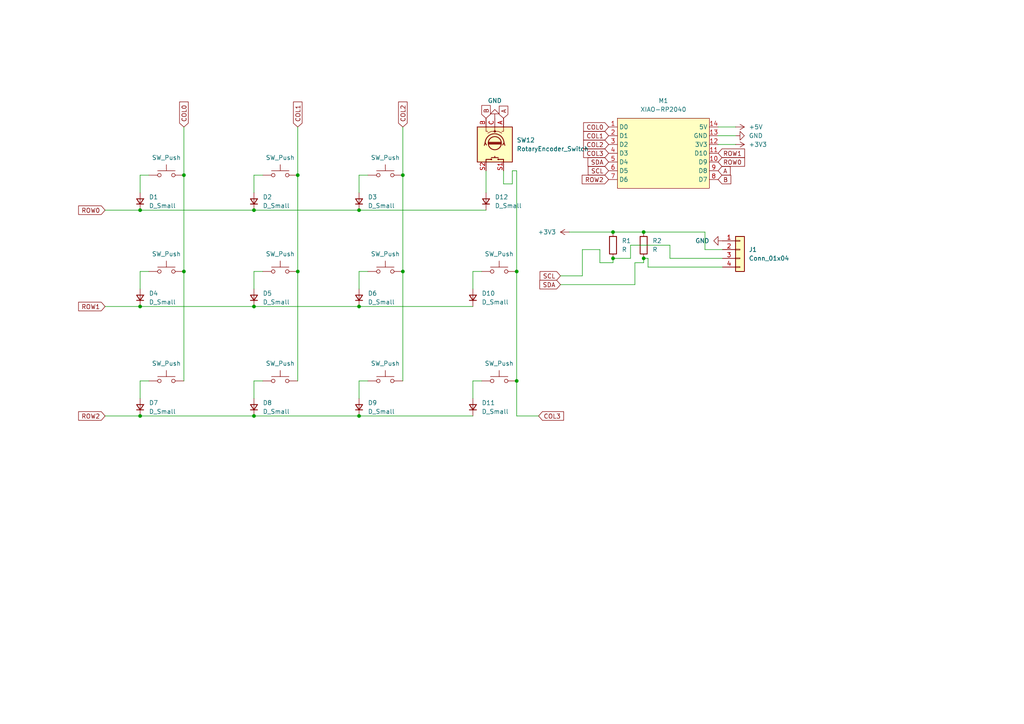
<source format=kicad_sch>
(kicad_sch (version 20231120) (generator "eeschema") (generator_version "8.0")
  (paper "A4")
  (lib_symbols
    (symbol "Connector_Generic:Conn_01x04" (pin_names (offset 1.016) hide)
      (property "Reference" "J" (at 0 5.08 0))
      (property "Value" "Conn_01x04" (at 0 -7.62 0))
      (symbol "Conn_01x04_1_1"
        (rectangle (start -1.27 -4.953) (end 0 -5.207) (stroke (width 0.1524)))
        (rectangle (start -1.27 -2.413) (end 0 -2.667) (stroke (width 0.1524)))
        (rectangle (start -1.27 0.127) (end 0 -0.127) (stroke (width 0.1524)))
        (rectangle (start -1.27 2.667) (end 0 2.413) (stroke (width 0.1524)))
        (rectangle (start -1.27 3.81) (end 1.27 -6.35) (stroke (width 0.254)) (fill (type background)))
        (pin passive line (at -5.08 2.54 0) (length 3.81) (name "Pin_1") (number "1"))
        (pin passive line (at -5.08 0 0) (length 3.81) (name "Pin_2") (number "2"))
        (pin passive line (at -5.08 -2.54 0) (length 3.81) (name "Pin_3") (number "3"))
        (pin passive line (at -5.08 -5.08 0) (length 3.81) (name "Pin_4") (number "4"))
      )
    )
    (symbol "Device:D_Small" (pin_numbers hide) (pin_names (offset 0.254) hide)
      (property "Reference" "D" (at -1.27 2.032 0))
      (property "Value" "D_Small" (at -3.81 -2.032 0))
      (symbol "D_Small_0_1"
        (polyline (pts (xy -0.762 -1.016) (xy -0.762 1.016)) (stroke (width 0.254)))
        (polyline (pts (xy -0.762 0) (xy 0.762 0)))
        (polyline (pts (xy 0.762 -1.016) (xy -0.762 0) (xy 0.762 1.016) (xy 0.762 -1.016)) (stroke (width 0.254)))
      )
      (symbol "D_Small_1_1"
        (pin passive line (at 2.54 0 180) (length 1.778) (name "A") (number "A"))
        (pin passive line (at -2.54 0 0) (length 1.778) (name "K") (number "K"))
      )
    )
    (symbol "Device:R" (pin_numbers hide) (pin_names (offset 0))
      (property "Reference" "R" (at 2.032 0 90))
      (property "Value" "R" (at 0 0 90))
      (symbol "R_0_1"
        (rectangle (start -1.016 -2.54) (end 1.016 2.54) (stroke (width 0.254)))
      )
      (symbol "R_1_1"
        (pin passive line (at 0 3.81 270) (length 1.27) (name "~") (number "1"))
        (pin passive line (at 0 -3.81 90) (length 1.27) (name "~") (number "2"))
      )
    )
    (symbol "Device:RotaryEncoder_Switch" (pin_names (offset 0.254) hide)
      (property "Reference" "SW" (at 0 6.604 0))
      (property "Value" "RotaryEncoder_Switch" (at 0 -6.604 0))
      (symbol "RotaryEncoder_Switch_0_1"
        (rectangle (start -5.08 5.08) (end 5.08 -5.08) (stroke (width 0.254)) (fill (type background)))
        (circle (center -3.81 0) (radius 0.254) (fill (type outline)))
        (circle (center -0.381 0) (radius 1.905) (stroke (width 0.254)))
        (arc (start -0.381 2.667) (mid -3.0988 -0.0635) (end -0.381 -2.794) (stroke (width 0.254)))
        (polyline (pts (xy -0.635 -1.778) (xy -0.635 1.778)) (stroke (width 0.254)))
        (polyline (pts (xy -0.381 -1.778) (xy -0.381 1.778)) (stroke (width 0.254)))
        (polyline (pts (xy -0.127 1.778) (xy -0.127 -1.778)) (stroke (width 0.254)))
        (polyline (pts (xy 3.81 0) (xy 3.429 0)) (stroke (width 0.254)))
        (polyline (pts (xy 3.81 1.016) (xy 3.81 -1.016)) (stroke (width 0.254)))
        (polyline (pts (xy -5.08 -2.54) (xy -3.81 -2.54) (xy -3.81 -2.032)))
        (polyline (pts (xy -5.08 2.54) (xy -3.81 2.54) (xy -3.81 2.032)))
        (polyline (pts (xy 0.254 -3.048) (xy -0.508 -2.794) (xy 0.127 -2.413)) (stroke (width 0.254)))
        (polyline (pts (xy 0.254 2.921) (xy -0.508 2.667) (xy 0.127 2.286)) (stroke (width 0.254)))
        (polyline (pts (xy 5.08 -2.54) (xy 4.318 -2.54) (xy 4.318 -1.016)) (stroke (width 0.254)))
        (polyline (pts (xy 5.08 2.54) (xy 4.318 2.54) (xy 4.318 1.016)) (stroke (width 0.254)))
        (polyline (pts (xy -5.08 0) (xy -3.81 0) (xy -3.81 -1.016) (xy -3.302 -2.032)))
        (polyline (pts (xy -4.318 0) (xy -3.81 0) (xy -3.81 1.016) (xy -3.302 2.032)))
        (circle (center 4.318 -1.016) (radius 0.127) (stroke (width 0.254)))
        (circle (center 4.318 1.016) (radius 0.127) (stroke (width 0.254)))
      )
      (symbol "RotaryEncoder_Switch_1_1"
        (pin passive line (at -7.62 2.54 0) (length 2.54) (name "A") (number "A"))
        (pin passive line (at -7.62 -2.54 0) (length 2.54) (name "B") (number "B"))
        (pin passive line (at -7.62 0 0) (length 2.54) (name "C") (number "C"))
        (pin passive line (at 7.62 2.54 180) (length 2.54) (name "S1") (number "S1"))
        (pin passive line (at 7.62 -2.54 180) (length 2.54) (name "S2") (number "S2"))
      )
    )
    (symbol "MCU_RaspberryPi:XIAO-RP2040"
      (property "Reference" "M" (at 0 0 0))
      (property "Value" "XIAO-RP2040" (at 0 2.54 0))
      (symbol "XIAO-RP2040_0_1"
        (rectangle (start -12.7 10.16) (end 13.97 -10.16) (fill (type background)))
      )
      (symbol "XIAO-RP2040_1_1"
        (pin bidirectional line (at -15.24 7.62 0) (length 2.54) (name "D0") (number "1"))
        (pin bidirectional line (at 16.51 -2.54 180) (length 2.54) (name "D9") (number "10"))
        (pin bidirectional line (at 16.51 0 180) (length 2.54) (name "D10") (number "11"))
        (pin power_in line (at 16.51 2.54 180) (length 2.54) (name "3V3") (number "12"))
        (pin power_in line (at 16.51 5.08 180) (length 2.54) (name "GND") (number "13"))
        (pin power_in line (at 16.51 7.62 180) (length 2.54) (name "5V") (number "14"))
        (pin bidirectional line (at -15.24 5.08 0) (length 2.54) (name "D1") (number "2"))
        (pin bidirectional line (at -15.24 2.54 0) (length 2.54) (name "D2") (number "3"))
        (pin bidirectional line (at -15.24 0 0) (length 2.54) (name "D3") (number "4"))
        (pin bidirectional line (at -15.24 -2.54 0) (length 2.54) (name "D4") (number "5"))
        (pin bidirectional line (at -15.24 -5.08 0) (length 2.54) (name "D5") (number "6"))
        (pin bidirectional line (at -15.24 -7.62 0) (length 2.54) (name "D6") (number "7"))
        (pin bidirectional line (at 16.51 -7.62 180) (length 2.54) (name "D7") (number "8"))
        (pin bidirectional line (at 16.51 -5.08 180) (length 2.54) (name "D8") (number "9"))
      )
    )
    (symbol "Switch:SW_Push" (pin_numbers hide) (pin_names (offset 1.016) hide)
      (property "Reference" "SW" (at 1.27 2.54 0))
      (property "Value" "SW_Push" (at 0 -1.524 0))
      (symbol "SW_Push_0_1"
        (circle (center -2.032 0) (radius 0.508))
        (polyline (pts (xy 0 1.27) (xy 0 3.048)))
        (polyline (pts (xy 2.54 1.27) (xy -2.54 1.27)))
        (circle (center 2.032 0) (radius 0.508))
        (pin passive line (at -5.08 0 0) (length 2.54) (name "1") (number "1"))
        (pin passive line (at 5.08 0 180) (length 2.54) (name "2") (number "2"))
      )
    )
    (symbol "power:+3V3" (power) (pin_numbers hide) (pin_names (offset 0) hide)
      (property "Value" "+3V3" (at 0 3.556 0))
      (symbol "+3V3_0_1"
        (polyline (pts (xy -0.762 1.27) (xy 0 2.54)))
        (polyline (pts (xy 0 0) (xy 0 2.54)))
        (polyline (pts (xy 0 2.54) (xy 0.762 1.27)))
      )
      (symbol "+3V3_1_1"
        (pin power_in line (at 0 0 90) (length 0) (name "~") (number "1"))
      )
    )
    (symbol "power:+5V" (power) (pin_numbers hide) (pin_names (offset 0) hide)
      (property "Value" "+5V" (at 0 3.556 0))
      (symbol "+5V_0_1"
        (polyline (pts (xy -0.762 1.27) (xy 0 2.54)))
        (polyline (pts (xy 0 0) (xy 0 2.54)))
        (polyline (pts (xy 0 2.54) (xy 0.762 1.27)))
      )
      (symbol "+5V_1_1"
        (pin power_in line (at 0 0 90) (length 0) (name "~") (number "1"))
      )
    )
    (symbol "power:GND" (power) (pin_numbers hide) (pin_names (offset 0) hide)
      (property "Value" "GND" (at 0 -3.81 0))
      (symbol "GND_0_1"
        (polyline (pts (xy 0 0) (xy 0 -1.27) (xy 1.27 -1.27) (xy 0 -2.54) (xy -1.27 -1.27) (xy 0 -1.27)))
      )
      (symbol "GND_1_1"
        (pin power_in line (at 0 0 270) (length 0) (name "~") (number "1"))
      )
    )
  )
  (junction (at 40.64 120.65))
  (junction (at 116.84 78.74))
  (junction (at 186.69 74.93))
  (junction (at 104.14 60.96))
  (junction (at 53.34 78.74))
  (junction (at 86.36 78.74))
  (junction (at 149.86 78.74))
  (junction (at 86.36 50.8))
  (junction (at 40.64 88.9))
  (junction (at 40.64 60.96))
  (junction (at 116.84 50.8))
  (junction (at 104.14 88.9))
  (junction (at 104.14 120.65))
  (junction (at 149.86 110.49))
  (junction (at 177.8 74.93))
  (junction (at 177.8 67.31))
  (junction (at 73.66 60.96))
  (junction (at 186.69 67.31))
  (junction (at 73.66 120.65))
  (junction (at 73.66 88.9))
  (junction (at 53.34 50.8))
  (wire (pts (xy 40.64 50.8) (xy 40.64 55.88)))
  (wire (pts (xy 104.14 78.74) (xy 104.14 83.82)))
  (wire (pts (xy 116.84 50.8) (xy 116.84 78.74)))
  (wire (pts (xy 168.91 80.01) (xy 162.56 80.01)))
  (wire (pts (xy 53.34 36.83) (xy 53.34 50.8)))
  (wire (pts (xy 73.66 50.8) (xy 73.66 55.88)))
  (wire (pts (xy 43.18 78.74) (xy 40.64 78.74)))
  (wire (pts (xy 177.8 67.31) (xy 186.69 67.31)))
  (wire (pts (xy 187.96 77.47) (xy 187.96 74.93)))
  (wire (pts (xy 53.34 50.8) (xy 53.34 78.74)))
  (wire (pts (xy 194.31 71.12) (xy 182.88 71.12)))
  (wire (pts (xy 137.16 110.49) (xy 137.16 115.57)))
  (wire (pts (xy 53.34 78.74) (xy 53.34 110.49)))
  (wire (pts (xy 173.99 72.39) (xy 173.99 76.2)))
  (wire (pts (xy 40.64 78.74) (xy 40.64 83.82)))
  (wire (pts (xy 140.97 49.53) (xy 140.97 55.88)))
  (wire (pts (xy 149.86 49.53) (xy 149.86 78.74)))
  (wire (pts (xy 106.68 78.74) (xy 104.14 78.74)))
  (wire (pts (xy 76.2 110.49) (xy 73.66 110.49)))
  (wire (pts (xy 104.14 50.8) (xy 104.14 55.88)))
  (wire (pts (xy 86.36 50.8) (xy 86.36 78.74)))
  (wire (pts (xy 146.05 49.53) (xy 146.05 53.34)))
  (wire (pts (xy 204.47 72.39) (xy 209.55 72.39)))
  (wire (pts (xy 165.1 67.31) (xy 177.8 67.31)))
  (wire (pts (xy 186.69 74.93) (xy 187.96 74.93)))
  (wire (pts (xy 208.28 41.91) (xy 213.36 41.91)))
  (wire (pts (xy 73.66 78.74) (xy 73.66 83.82)))
  (wire (pts (xy 149.86 120.65) (xy 156.21 120.65)))
  (wire (pts (xy 104.14 60.96) (xy 140.97 60.96)))
  (wire (pts (xy 30.48 60.96) (xy 40.64 60.96)))
  (wire (pts (xy 186.69 76.2) (xy 186.69 74.93)))
  (wire (pts (xy 168.91 72.39) (xy 168.91 80.01)))
  (wire (pts (xy 116.84 78.74) (xy 116.84 110.49)))
  (wire (pts (xy 194.31 74.93) (xy 194.31 71.12)))
  (wire (pts (xy 137.16 78.74) (xy 137.16 83.82)))
  (wire (pts (xy 43.18 110.49) (xy 40.64 110.49)))
  (wire (pts (xy 104.14 88.9) (xy 137.16 88.9)))
  (wire (pts (xy 209.55 74.93) (xy 194.31 74.93)))
  (wire (pts (xy 106.68 50.8) (xy 104.14 50.8)))
  (wire (pts (xy 184.15 76.2) (xy 186.69 76.2)))
  (wire (pts (xy 184.15 82.55) (xy 162.56 82.55)))
  (wire (pts (xy 204.47 67.31) (xy 204.47 72.39)))
  (wire (pts (xy 177.8 76.2) (xy 177.8 74.93)))
  (wire (pts (xy 208.28 39.37) (xy 213.36 39.37)))
  (wire (pts (xy 40.64 110.49) (xy 40.64 115.57)))
  (wire (pts (xy 139.7 110.49) (xy 137.16 110.49)))
  (wire (pts (xy 76.2 78.74) (xy 73.66 78.74)))
  (wire (pts (xy 86.36 36.83) (xy 86.36 50.8)))
  (wire (pts (xy 73.66 60.96) (xy 104.14 60.96)))
  (wire (pts (xy 148.59 49.53) (xy 149.86 49.53)))
  (wire (pts (xy 149.86 110.49) (xy 149.86 120.65)))
  (wire (pts (xy 182.88 74.93) (xy 177.8 74.93)))
  (wire (pts (xy 209.55 77.47) (xy 187.96 77.47)))
  (wire (pts (xy 40.64 60.96) (xy 73.66 60.96)))
  (wire (pts (xy 139.7 78.74) (xy 137.16 78.74)))
  (wire (pts (xy 76.2 50.8) (xy 73.66 50.8)))
  (wire (pts (xy 106.68 110.49) (xy 104.14 110.49)))
  (wire (pts (xy 149.86 78.74) (xy 149.86 110.49)))
  (wire (pts (xy 40.64 88.9) (xy 73.66 88.9)))
  (wire (pts (xy 30.48 120.65) (xy 40.64 120.65)))
  (wire (pts (xy 104.14 110.49) (xy 104.14 115.57)))
  (wire (pts (xy 173.99 76.2) (xy 177.8 76.2)))
  (wire (pts (xy 73.66 88.9) (xy 104.14 88.9)))
  (wire (pts (xy 184.15 76.2) (xy 184.15 82.55)))
  (wire (pts (xy 30.48 88.9) (xy 40.64 88.9)))
  (wire (pts (xy 73.66 120.65) (xy 104.14 120.65)))
  (wire (pts (xy 43.18 50.8) (xy 40.64 50.8)))
  (wire (pts (xy 148.59 53.34) (xy 148.59 49.53)))
  (wire (pts (xy 186.69 67.31) (xy 204.47 67.31)))
  (wire (pts (xy 73.66 110.49) (xy 73.66 115.57)))
  (wire (pts (xy 104.14 120.65) (xy 137.16 120.65)))
  (wire (pts (xy 208.28 36.83) (xy 213.36 36.83)))
  (wire (pts (xy 86.36 78.74) (xy 86.36 110.49)))
  (wire (pts (xy 168.91 72.39) (xy 173.99 72.39)))
  (wire (pts (xy 116.84 36.83) (xy 116.84 50.8)))
  (wire (pts (xy 40.64 120.65) (xy 73.66 120.65)))
  (wire (pts (xy 182.88 71.12) (xy 182.88 74.93)))
  (wire (pts (xy 146.05 53.34) (xy 148.59 53.34)))
  (global_label "COL1" (shape input) (at 176.53 39.37 180) (property "Intersheetrefs" "${INTERSHEET_REFS}" (effects (hide yes))))
  (global_label "ROW2" (shape input) (at 176.53 52.07 180) (property "Intersheetrefs" "${INTERSHEET_REFS}" (effects (hide yes))))
  (global_label "ROW1" (shape input) (at 208.28 44.45 0) (property "Intersheetrefs" "${INTERSHEET_REFS}" (effects (hide yes))))
  (global_label "COL3" (shape input) (at 176.53 44.45 180) (property "Intersheetrefs" "${INTERSHEET_REFS}" (effects (hide yes))))
  (global_label "A" (shape input) (at 146.05 34.29 90) (property "Intersheetrefs" "${INTERSHEET_REFS}" (effects (hide yes))))
  (global_label "COL0" (shape input) (at 176.53 36.83 180) (property "Intersheetrefs" "${INTERSHEET_REFS}" (effects (hide yes))))
  (global_label "ROW0" (shape input) (at 30.48 60.96 180) (property "Intersheetrefs" "${INTERSHEET_REFS}" (effects (hide yes))))
  (global_label "SCL" (shape input) (at 176.53 49.53 180) (property "Intersheetrefs" "${INTERSHEET_REFS}" (effects (hide yes))))
  (global_label "COL2" (shape input) (at 116.84 36.83 90) (property "Intersheetrefs" "${INTERSHEET_REFS}" (effects (hide yes))))
  (global_label "B" (shape input) (at 208.28 52.07 0) (property "Intersheetrefs" "${INTERSHEET_REFS}" (effects (hide yes))))
  (global_label "A" (shape input) (at 208.28 49.53 0) (property "Intersheetrefs" "${INTERSHEET_REFS}" (effects (hide yes))))
  (global_label "SDA" (shape input) (at 162.56 82.55 180) (property "Intersheetrefs" "${INTERSHEET_REFS}" (effects (hide yes))))
  (global_label "ROW0" (shape input) (at 208.28 46.99 0) (property "Intersheetrefs" "${INTERSHEET_REFS}" (effects (hide yes))))
  (global_label "ROW1" (shape input) (at 30.48 88.9 180) (property "Intersheetrefs" "${INTERSHEET_REFS}" (effects (hide yes))))
  (global_label "SCL" (shape input) (at 162.56 80.01 180) (property "Intersheetrefs" "${INTERSHEET_REFS}" (effects (hide yes))))
  (global_label "B" (shape input) (at 140.97 34.29 90) (property "Intersheetrefs" "${INTERSHEET_REFS}" (effects (hide yes))))
  (global_label "COL2" (shape input) (at 176.53 41.91 180) (property "Intersheetrefs" "${INTERSHEET_REFS}" (effects (hide yes))))
  (global_label "COL0" (shape input) (at 53.34 36.83 90) (property "Intersheetrefs" "${INTERSHEET_REFS}" (effects (hide yes))))
  (global_label "COL1" (shape input) (at 86.36 36.83 90) (property "Intersheetrefs" "${INTERSHEET_REFS}" (effects (hide yes))))
  (global_label "COL3" (shape input) (at 156.21 120.65 0) (property "Intersheetrefs" "${INTERSHEET_REFS}" (effects (hide yes))))
  (global_label "ROW2" (shape input) (at 30.48 120.65 180) (property "Intersheetrefs" "${INTERSHEET_REFS}" (effects (hide yes))))
  (global_label "SDA" (shape input) (at 176.53 46.99 180) (property "Intersheetrefs" "${INTERSHEET_REFS}" (effects (hide yes))))
  (symbol (lib_id "Device:D_Small") (at 137.16 86.36 90) (unit 1)
    (property "Reference" "D10" (at 139.7 85.0899 90) (effects (justify right)))
    (property "Value" "D_Small" (at 139.7 87.6299 90) (effects (justify right)))
    (property "Footprint" "CUSTOM LIBRARY:DIODE-1N4148" (effects (hide yes)))
    (property "Description" "Diode, small symbol" (effects (hide yes)))
    (property "Sim.Device" "D" (effects (hide yes)))
    (property "Sim.Pins" "1=K 2=A" (effects (hide yes)))
  )
  (symbol (lib_id "power:+5V") (at 213.36 36.83 270) (unit 1)
    (property "Reference" "#PWR01" (effects (hide yes)))
    (property "Value" "+5V" (at 217.17 36.8299 90) (effects (justify left)))
    (property "Description" "Power symbol creates a global label with name \"+5V\"" (effects (hide yes)))
  )
  (symbol (lib_id "Device:D_Small") (at 140.97 58.42 90) (unit 1)
    (property "Reference" "D12" (at 143.51 57.1499 90) (effects (justify right)))
    (property "Value" "D_Small" (at 143.51 59.6899 90) (effects (justify right)))
    (property "Footprint" "CUSTOM LIBRARY:DIODE-1N4148" (effects (hide yes)))
    (property "Description" "Diode, small symbol" (effects (hide yes)))
    (property "Sim.Device" "D" (effects (hide yes)))
    (property "Sim.Pins" "1=K 2=A" (effects (hide yes)))
  )
  (symbol (lib_id "Switch:SW_Push") (at 48.26 78.74 0) (unit 1)
    (property "Reference" "SW4" (effects (hide yes)))
    (property "Value" "SW_Push" (at 48.26 73.66 0))
    (property "Footprint" "CUSTOM LIBRARY:SW_Cherry_MX_1.00u_PCB" (effects (hide yes)))
    (property "Description" "Push button switch, generic, two pins" (effects (hide yes)))
  )
  (symbol (lib_id "Switch:SW_Push") (at 111.76 78.74 0) (unit 1)
    (property "Reference" "SW6" (effects (hide yes)))
    (property "Value" "SW_Push" (at 111.76 73.66 0))
    (property "Footprint" "CUSTOM LIBRARY:SW_Cherry_MX_1.00u_PCB" (effects (hide yes)))
    (property "Description" "Push button switch, generic, two pins" (effects (hide yes)))
  )
  (symbol (lib_id "Device:R") (at 177.8 71.12 180) (unit 1)
    (property "Reference" "R1" (at 180.34 69.8499 0) (effects (justify right)))
    (property "Value" "R" (at 180.34 72.3899 0) (effects (justify right)))
    (property "Footprint" "Resistor_THT:R_Axial_DIN0207_L6.3mm_D2.5mm_P10.16mm_Horizontal" (effects (hide yes)))
    (property "Description" "Resistor" (effects (hide yes)))
  )
  (symbol (lib_id "Device:D_Small") (at 104.14 58.42 90) (unit 1)
    (property "Reference" "D3" (at 106.68 57.1499 90) (effects (justify right)))
    (property "Value" "D_Small" (at 106.68 59.6899 90) (effects (justify right)))
    (property "Footprint" "CUSTOM LIBRARY:DIODE-1N4148" (effects (hide yes)))
    (property "Description" "Diode, small symbol" (effects (hide yes)))
    (property "Sim.Device" "D" (effects (hide yes)))
    (property "Sim.Pins" "1=K 2=A" (effects (hide yes)))
  )
  (symbol (lib_id "Switch:SW_Push") (at 111.76 110.49 0) (unit 1)
    (property "Reference" "SW9" (effects (hide yes)))
    (property "Value" "SW_Push" (at 111.76 105.41 0))
    (property "Footprint" "CUSTOM LIBRARY:SW_Cherry_MX_1.00u_PCB" (effects (hide yes)))
    (property "Description" "Push button switch, generic, two pins" (effects (hide yes)))
  )
  (symbol (lib_id "power:GND") (at 213.36 39.37 90) (unit 1)
    (property "Reference" "#PWR02" (effects (hide yes)))
    (property "Value" "GND" (at 217.17 39.3699 90) (effects (justify right)))
    (property "Description" "Power symbol creates a global label with name \"GND\" , ground" (effects (hide yes)))
  )
  (symbol (lib_id "Switch:SW_Push") (at 81.28 50.8 0) (unit 1)
    (property "Reference" "SW2" (effects (hide yes)))
    (property "Value" "SW_Push" (at 81.28 45.72 0))
    (property "Footprint" "CUSTOM LIBRARY:SW_Cherry_MX_1.00u_PCB" (effects (hide yes)))
    (property "Description" "Push button switch, generic, two pins" (effects (hide yes)))
  )
  (symbol (lib_id "Device:D_Small") (at 73.66 58.42 90) (unit 1)
    (property "Reference" "D2" (at 76.2 57.1499 90) (effects (justify right)))
    (property "Value" "D_Small" (at 76.2 59.6899 90) (effects (justify right)))
    (property "Footprint" "CUSTOM LIBRARY:DIODE-1N4148" (effects (hide yes)))
    (property "Description" "Diode, small symbol" (effects (hide yes)))
    (property "Sim.Device" "D" (effects (hide yes)))
    (property "Sim.Pins" "1=K 2=A" (effects (hide yes)))
  )
  (symbol (lib_id "Device:RotaryEncoder_Switch") (at 143.51 41.91 270) (unit 1)
    (property "Reference" "SW12" (at 149.86 40.6399 90) (effects (justify left)))
    (property "Value" "RotaryEncoder_Switch" (at 149.86 43.1799 90) (effects (justify left)))
    (property "Footprint" "CUSTOM LIBRARY:RotaryEncoder_Alps_EC11E-Switch_Vertical_H20mm" (effects (hide yes)))
    (property "Description" "Rotary encoder, dual channel, incremental quadrate outputs, with switch" (effects (hide yes)))
  )
  (symbol (lib_id "Device:D_Small") (at 73.66 86.36 90) (unit 1)
    (property "Reference" "D5" (at 76.2 85.0899 90) (effects (justify right)))
    (property "Value" "D_Small" (at 76.2 87.6299 90) (effects (justify right)))
    (property "Footprint" "CUSTOM LIBRARY:DIODE-1N4148" (effects (hide yes)))
    (property "Description" "Diode, small symbol" (effects (hide yes)))
    (property "Sim.Device" "D" (effects (hide yes)))
    (property "Sim.Pins" "1=K 2=A" (effects (hide yes)))
  )
  (symbol (lib_id "Switch:SW_Push") (at 48.26 110.49 0) (unit 1)
    (property "Reference" "SW7" (effects (hide yes)))
    (property "Value" "SW_Push" (at 48.26 105.41 0))
    (property "Footprint" "CUSTOM LIBRARY:SW_Cherry_MX_1.00u_PCB" (effects (hide yes)))
    (property "Description" "Push button switch, generic, two pins" (effects (hide yes)))
  )
  (symbol (lib_id "Device:R") (at 186.69 71.12 180) (unit 1)
    (property "Reference" "R2" (at 189.23 69.8499 0) (effects (justify right)))
    (property "Value" "R" (at 189.23 72.3899 0) (effects (justify right)))
    (property "Footprint" "Resistor_THT:R_Axial_DIN0207_L6.3mm_D2.5mm_P10.16mm_Horizontal" (effects (hide yes)))
    (property "Description" "Resistor" (effects (hide yes)))
  )
  (symbol (lib_id "power:GND") (at 143.51 34.29 180) (unit 1)
    (property "Reference" "#PWR05" (effects (hide yes)))
    (property "Value" "GND" (at 143.51 29.21 0))
    (property "Description" "Power symbol creates a global label with name \"GND\" , ground" (effects (hide yes)))
  )
  (symbol (lib_id "Device:D_Small") (at 40.64 118.11 90) (unit 1)
    (property "Reference" "D7" (at 43.18 116.8399 90) (effects (justify right)))
    (property "Value" "D_Small" (at 43.18 119.3799 90) (effects (justify right)))
    (property "Footprint" "CUSTOM LIBRARY:DIODE-1N4148" (effects (hide yes)))
    (property "Description" "Diode, small symbol" (effects (hide yes)))
    (property "Sim.Device" "D" (effects (hide yes)))
    (property "Sim.Pins" "1=K 2=A" (effects (hide yes)))
  )
  (symbol (lib_id "Switch:SW_Push") (at 111.76 50.8 0) (unit 1)
    (property "Reference" "SW3" (effects (hide yes)))
    (property "Value" "SW_Push" (at 111.76 45.72 0))
    (property "Footprint" "CUSTOM LIBRARY:SW_Cherry_MX_1.00u_PCB" (effects (hide yes)))
    (property "Description" "Push button switch, generic, two pins" (effects (hide yes)))
  )
  (symbol (lib_id "Device:D_Small") (at 40.64 58.42 90) (unit 1)
    (property "Reference" "D1" (at 43.18 57.1499 90) (effects (justify right)))
    (property "Value" "D_Small" (at 43.18 59.6899 90) (effects (justify right)))
    (property "Footprint" "CUSTOM LIBRARY:DIODE-1N4148" (effects (hide yes)))
    (property "Description" "Diode, small symbol" (effects (hide yes)))
    (property "Sim.Device" "D" (effects (hide yes)))
    (property "Sim.Pins" "1=K 2=A" (effects (hide yes)))
  )
  (symbol (lib_id "Connector_Generic:Conn_01x04") (at 214.63 72.39 0) (unit 1)
    (property "Reference" "J1" (at 217.17 72.3899 0) (effects (justify left)))
    (property "Value" "Conn_01x04" (at 217.17 74.9299 0) (effects (justify left)))
    (property "Footprint" "CUSTOM LIBRARY:SSD1306-0.91-OLED-4pin-128x32" (effects (hide yes)))
    (property "Description" "Generic connector, single row, 01x04, script generated (kicad-library-utils/schlib/autogen/connector/)" (effects (hide yes)))
  )
  (symbol (lib_id "Device:D_Small") (at 73.66 118.11 90) (unit 1)
    (property "Reference" "D8" (at 76.2 116.8399 90) (effects (justify right)))
    (property "Value" "D_Small" (at 76.2 119.3799 90) (effects (justify right)))
    (property "Footprint" "CUSTOM LIBRARY:DIODE-1N4148" (effects (hide yes)))
    (property "Description" "Diode, small symbol" (effects (hide yes)))
    (property "Sim.Device" "D" (effects (hide yes)))
    (property "Sim.Pins" "1=K 2=A" (effects (hide yes)))
  )
  (symbol (lib_id "Switch:SW_Push") (at 144.78 78.74 0) (unit 1)
    (property "Reference" "SW10" (effects (hide yes)))
    (property "Value" "SW_Push" (at 144.78 73.66 0))
    (property "Footprint" "CUSTOM LIBRARY:SW_Cherry_MX_1.00u_PCB" (effects (hide yes)))
    (property "Description" "Push button switch, generic, two pins" (effects (hide yes)))
  )
  (symbol (lib_id "Switch:SW_Push") (at 81.28 78.74 0) (unit 1)
    (property "Reference" "SW5" (effects (hide yes)))
    (property "Value" "SW_Push" (at 81.28 73.66 0))
    (property "Footprint" "CUSTOM LIBRARY:SW_Cherry_MX_1.00u_PCB" (effects (hide yes)))
    (property "Description" "Push button switch, generic, two pins" (effects (hide yes)))
  )
  (symbol (lib_id "Device:D_Small") (at 104.14 118.11 90) (unit 1)
    (property "Reference" "D9" (at 106.68 116.8399 90) (effects (justify right)))
    (property "Value" "D_Small" (at 106.68 119.3799 90) (effects (justify right)))
    (property "Footprint" "CUSTOM LIBRARY:DIODE-1N4148" (effects (hide yes)))
    (property "Description" "Diode, small symbol" (effects (hide yes)))
    (property "Sim.Device" "D" (effects (hide yes)))
    (property "Sim.Pins" "1=K 2=A" (effects (hide yes)))
  )
  (symbol (lib_id "MCU_RaspberryPi:XIAO-RP2040") (at 191.77 44.45 0) (unit 1)
    (property "Reference" "M1" (at 192.405 29.21 0))
    (property "Value" "XIAO-RP2040" (at 192.405 31.75 0))
    (property "Footprint" "CUSTOM LIBRARY:XIAO-RP2040" (effects (hide yes)))
  )
  (symbol (lib_id "Switch:SW_Push") (at 48.26 50.8 0) (unit 1)
    (property "Reference" "SW1" (effects (hide yes)))
    (property "Value" "SW_Push" (at 48.26 45.72 0))
    (property "Footprint" "CUSTOM LIBRARY:SW_Cherry_MX_1.00u_PCB" (effects (hide yes)))
    (property "Description" "Push button switch, generic, two pins" (effects (hide yes)))
  )
  (symbol (lib_id "Device:D_Small") (at 104.14 86.36 90) (unit 1)
    (property "Reference" "D6" (at 106.68 85.0899 90) (effects (justify right)))
    (property "Value" "D_Small" (at 106.68 87.6299 90) (effects (justify right)))
    (property "Footprint" "CUSTOM LIBRARY:DIODE-1N4148" (effects (hide yes)))
    (property "Description" "Diode, small symbol" (effects (hide yes)))
    (property "Sim.Device" "D" (effects (hide yes)))
    (property "Sim.Pins" "1=K 2=A" (effects (hide yes)))
  )
  (symbol (lib_id "Device:D_Small") (at 137.16 118.11 90) (unit 1)
    (property "Reference" "D11" (at 139.7 116.8399 90) (effects (justify right)))
    (property "Value" "D_Small" (at 139.7 119.3799 90) (effects (justify right)))
    (property "Footprint" "CUSTOM LIBRARY:DIODE-1N4148" (effects (hide yes)))
    (property "Description" "Diode, small symbol" (effects (hide yes)))
    (property "Sim.Device" "D" (effects (hide yes)))
    (property "Sim.Pins" "1=K 2=A" (effects (hide yes)))
  )
  (symbol (lib_id "Switch:SW_Push") (at 144.78 110.49 0) (unit 1)
    (property "Reference" "SW11" (effects (hide yes)))
    (property "Value" "SW_Push" (at 144.78 105.41 0))
    (property "Footprint" "CUSTOM LIBRARY:SW_Cherry_MX_1.00u_PCB" (effects (hide yes)))
    (property "Description" "Push button switch, generic, two pins" (effects (hide yes)))
  )
  (symbol (lib_id "power:GND") (at 209.55 69.85 270) (unit 1)
    (property "Reference" "#PWR04" (effects (hide yes)))
    (property "Value" "GND" (at 205.74 69.8499 90) (effects (justify right)))
    (property "Description" "Power symbol creates a global label with name \"GND\" , ground" (effects (hide yes)))
  )
  (symbol (lib_id "Switch:SW_Push") (at 81.28 110.49 0) (unit 1)
    (property "Reference" "SW8" (effects (hide yes)))
    (property "Value" "SW_Push" (at 81.28 105.41 0))
    (property "Footprint" "CUSTOM LIBRARY:SW_Cherry_MX_1.00u_PCB" (effects (hide yes)))
    (property "Description" "Push button switch, generic, two pins" (effects (hide yes)))
  )
  (symbol (lib_id "Device:D_Small") (at 40.64 86.36 90) (unit 1)
    (property "Reference" "D4" (at 43.18 85.0899 90) (effects (justify right)))
    (property "Value" "D_Small" (at 43.18 87.6299 90) (effects (justify right)))
    (property "Footprint" "CUSTOM LIBRARY:DIODE-1N4148" (effects (hide yes)))
    (property "Description" "Diode, small symbol" (effects (hide yes)))
    (property "Sim.Device" "D" (effects (hide yes)))
    (property "Sim.Pins" "1=K 2=A" (effects (hide yes)))
  )
  (symbol (lib_id "power:+3V3") (at 165.1 67.31 90) (unit 1)
    (property "Reference" "#PWR06" (effects (hide yes)))
    (property "Value" "+3V3" (at 161.29 67.3099 90) (effects (justify left)))
    (property "Description" "Power symbol creates a global label with name \"+3V3\"" (effects (hide yes)))
  )
  (symbol (lib_id "power:+3V3") (at 213.36 41.91 270) (unit 1)
    (property "Reference" "#PWR03" (effects (hide yes)))
    (property "Value" "+3V3" (at 217.17 41.9099 90) (effects (justify left)))
    (property "Description" "Power symbol creates a global label with name \"+3V3\"" (effects (hide yes)))
  )
)
</source>
